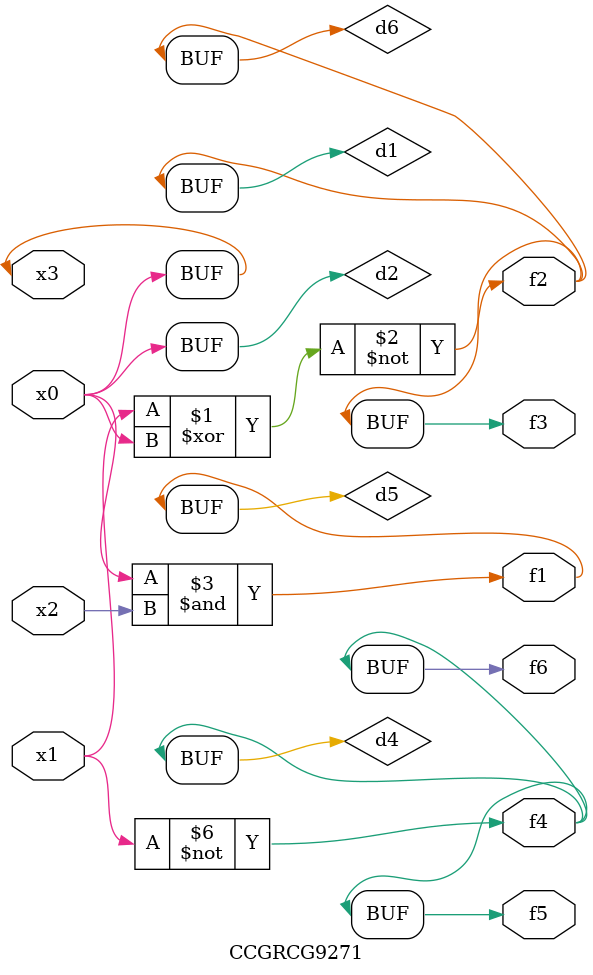
<source format=v>
module CCGRCG9271(
	input x0, x1, x2, x3,
	output f1, f2, f3, f4, f5, f6
);

	wire d1, d2, d3, d4, d5, d6;

	xnor (d1, x1, x3);
	buf (d2, x0, x3);
	nand (d3, x0, x2);
	not (d4, x1);
	nand (d5, d3);
	or (d6, d1);
	assign f1 = d5;
	assign f2 = d6;
	assign f3 = d6;
	assign f4 = d4;
	assign f5 = d4;
	assign f6 = d4;
endmodule

</source>
